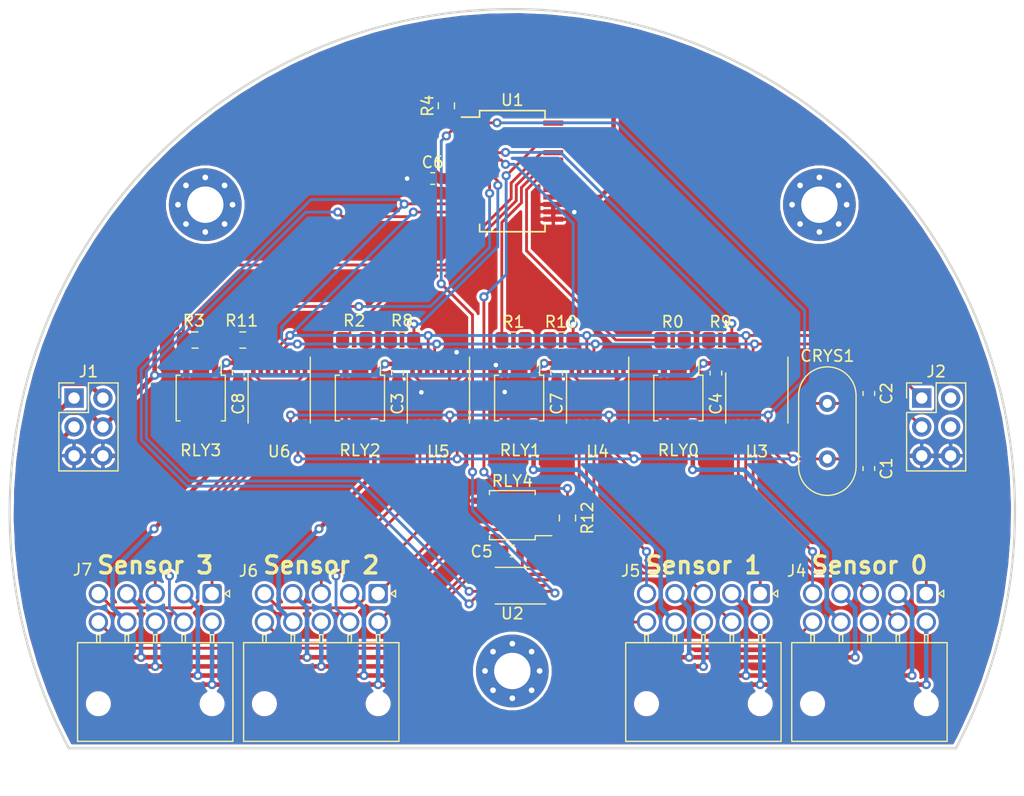
<source format=kicad_pcb>
(kicad_pcb (version 20211014) (generator pcbnew)
  (layers (0 "F.Cu" signal) (31 "B.Cu" signal) (34 "B.Paste" user) (35 "F.Paste" user) (36 "B.SilkS" user "B.Silkscreen") (37 "F.SilkS" user "F.Silkscreen") (38 "B.Mask" user) (39 "F.Mask" user) (44 "Edge.Cuts" user))
  (net 0 "")
  (net 1 "CLK_UART")
  (net 2 "GND")
  (net 3 "+12V")
  (net 4 "+3V3")
  (net 5 "+BATT")
  (net 6 "+5V")
  (net 7 "SCL_3V3")
  (net 8 "EXTRA1")
  (net 9 "SDA_3V3")
  (net 10 "EXTRA0")
  (net 11 "A_IN_0")
  (net 12 "GND_SENSOR_0")
  (net 13 "Net-(J4-Pad7)")
  (net 14 "Net-(J4-Pad5)")
  (net 15 "Net-(J4-Pad3)")
  (net 16 "Net-(J4-Pad1)")
  (net 17 "A_IN_2")
  (net 18 "GND_SENSOR_2")
  (net 19 "Net-(J5-Pad7)")
  (net 20 "Net-(J5-Pad5)")
  (net 21 "Net-(J5-Pad3)")
  (net 22 "Net-(J5-Pad1)")
  (net 23 "A_IN_1")
  (net 24 "GND_SENSOR_1")
  (net 25 "Net-(J6-Pad7)")
  (net 26 "Net-(J6-Pad5)")
  (net 27 "Net-(J6-Pad3)")
  (net 28 "Net-(J6-Pad1)")
  (net 29 "A_IN_3")
  (net 30 "GND_SENSOR_3")
  (net 31 "Net-(J7-Pad7)")
  (net 32 "Net-(J7-Pad5)")
  (net 33 "Net-(J7-Pad3)")
  (net 34 "Net-(J7-Pad1)")
  (net 35 "Sw0")
  (net 36 "Net-(R0-Pad1)")
  (net 37 "Sw1")
  (net 38 "Net-(R1-Pad1)")
  (net 39 "Sw2")
  (net 40 "Net-(R2-Pad1)")
  (net 41 "Sw3")
  (net 42 "Net-(R3-Pad1)")
  (net 43 "RESET_UART")
  (net 44 "IRQ_N2")
  (net 45 "IRQ_N0")
  (net 46 "IRQ_N1")
  (net 47 "IRQ_N3")
  (net 48 "Sw4")
  (net 49 "Net-(R12-Pad1)")
  (net 50 "ADC_GND")
  (net 51 "Net-(U1-Pad28)")
  (net 52 "Net-(U1-Pad27)")
  (net 53 "Net-(U1-Pad26)")
  (net 54 "Net-(U1-Pad20)")
  (net 55 "Net-(U1-Pad19)")
  (net 56 "Net-(U1-Pad14)")
  (net 57 "Net-(U1-Pad11)")
  (net 58 "Net-(U1-Pad4)")
  (net 59 "Net-(U1-Pad3)")
  (net 60 "ALERT_READY")
  (net 61 "Net-(U3-Pad4)")
  (net 62 "Net-(U4-Pad4)")
  (net 63 "Net-(U5-Pad16)")
  (net 64 "Net-(U5-Pad4)")
  (net 65 "Net-(U6-Pad16)")
  (net 66 "Net-(U6-Pad4)")
  (net 67 "Net-(U4-Pad16)")
  (net 68 "Net-(C2-Pad2)")
  (footprint "Connector_Molex:Molex_Nano-Fit_105314-xx10_2x05_P2.50mm_Horizontal" (layer "F.Cu") (at 123.6 107.2 -90)
    (fp_text reference "J7")
    (fp_text value "Sensor 3")
  )
  (footprint "Connector_Molex:Molex_Nano-Fit_105314-xx10_2x05_P2.50mm_Horizontal" (layer "F.Cu") (at 138.2 107.2 -90)
    (fp_text reference "J6")
    (fp_text value "Sensor 2")
  )
  (footprint "Resistor_SMD:R_0805_2012Metric_Pad1.15x1.40mm_HandSolder" (layer "F.Cu") (at 150.1 84.9 180)
    (fp_text reference "R1")
    (fp_text value "1k")
  )
  (footprint "Resistor_SMD:R_0805_2012Metric_Pad1.15x1.40mm_HandSolder" (layer "F.Cu") (at 136.1 84.9 180)
    (fp_text reference "R2")
    (fp_text value "1k")
  )
  (footprint "Resistor_SMD:R_0805_2012Metric_Pad1.15x1.40mm_HandSolder" (layer "F.Cu") (at 122.1 84.9 180)
    (fp_text reference "R3")
    (fp_text value "1k")
  )
  (footprint "Resistor_SMD:R_0805_2012Metric_Pad1.15x1.40mm_HandSolder" (layer "F.Cu") (at 144.2 64.3 90)
    (fp_text reference "R4")
    (fp_text value "10k")
  )
  (footprint "Resistor_SMD:R_0805_2012Metric_Pad1.15x1.40mm_HandSolder" (layer "F.Cu") (at 140.3 84.9 180)
    (fp_text reference "R8")
    (fp_text value "1k")
  )
  (footprint "Resistor_SMD:R_0805_2012Metric_Pad1.15x1.40mm_HandSolder" (layer "F.Cu") (at 168.3 84.9 180)
    (fp_text reference "R9")
    (fp_text value "1k")
  )
  (footprint "Resistor_SMD:R_0805_2012Metric_Pad1.15x1.40mm_HandSolder" (layer "F.Cu") (at 126.3 84.9 180)
    (fp_text reference "R11")
    (fp_text value "1k")
  )
  (footprint "Resistor_SMD:R_0805_2012Metric_Pad1.15x1.40mm_HandSolder" (layer "F.Cu") (at 154.85 100.55 90)
    (fp_text reference "R12")
    (fp_text value "1k")
  )
  (footprint "Package_SO:SOP-4_3.8x4.1mm_P2.54mm" (layer "F.Cu") (at 136.6 90 -90)
    (fp_text reference "RLY2")
    (fp_text value "CPC1002NTR")
  )
  (footprint "Package_SO:SOP-4_3.8x4.1mm_P2.54mm" (layer "F.Cu") (at 122.6 90 -90)
    (fp_text reference "RLY3")
    (fp_text value "CPC1002NTR")
  )
  (footprint "Package_SO:SOP-4_3.8x4.1mm_P2.54mm" (layer "F.Cu") (at 150 100.3 180)
    (fp_text reference "RLY4")
    (fp_text value "CPC1002NTR")
  )
  (footprint "Package_SO:SSOP-28_5.3x10.2mm_P0.65mm" (layer "F.Cu") (at 150 70.05)
    (fp_text reference "U1")
    (fp_text value "MCP23017_SS")
  )
  (footprint "Package_SO:VSSOP-10_3x3mm_P0.5mm" (layer "F.Cu") (at 150 106.5 180)
    (fp_text reference "U2")
    (fp_text value "ADS1115IDGST")
  )
  (footprint "Package_SO:TSSOP-16_4.4x5mm_P0.65mm" (layer "F.Cu") (at 157.5 90 -90)
    (fp_text reference "U4")
    (fp_text value "SC16IS740IPWQ900")
  )
  (footprint "Package_SO:TSSOP-16_4.4x5mm_P0.65mm" (layer "F.Cu") (at 143.5 90 -90)
    (fp_text reference "U5")
    (fp_text value "SC16IS740IPWQ900")
  )
  (footprint "Package_SO:TSSOP-16_4.4x5mm_P0.65mm" (layer "F.Cu") (at 129.5 90 -90)
    (fp_text reference "U6")
    (fp_text value "SC16IS740IPWQ900")
  )
  (footprint "MountingHole:MountingHole_3.2mm_M3_Pad_Via" (layer "F.Cu") (at 150 114)
    (fp_text reference "REF**" hide)
    (fp_text value "MountingHole_3.2mm_M3_Pad_Via" hide)
  )
  (footprint "Connector_PinHeader_2.54mm:PinHeader_2x03_P2.54mm_Vertical" (layer "F.Cu") (at 111.46 90)
    (fp_text reference "J1")
    (fp_text value "Power Header")
  )
  (footprint "MountingHole:MountingHole_3.2mm_M3_Pad_Via" (layer "F.Cu") (at 123 73)
    (fp_text reference "REF**" hide)
    (fp_text value "MountingHole_3.2mm_M3_Pad_Via" hide)
  )
  (footprint "MountingHole:MountingHole_3.2mm_M3_Pad_Via" (layer "F.Cu") (at 177 73)
    (fp_text reference "REF**" hide)
    (fp_text value "MountingHole_3.2mm_M3_Pad_Via" hide)
  )
  (footprint "Connector_PinHeader_2.54mm:PinHeader_2x03_P2.54mm_Vertical" (layer "F.Cu") (at 186 90)
    (fp_text reference "J2")
    (fp_text value "Signal Header")
  )
  (footprint "Connector_Molex:Molex_Nano-Fit_105314-xx10_2x05_P2.50mm_Horizontal" (layer "F.Cu") (at 186.4 107.2 -90)
    (fp_text reference "J4")
    (fp_text value "Sensor 0")
  )
  (footprint "Resistor_SMD:R_0805_2012Metric_Pad1.15x1.40mm_HandSolder" (layer "F.Cu") (at 164.1 84.9 180)
    (fp_text reference "R0")
    (fp_text value "1k")
  )
  (footprint "Package_SO:TSSOP-16_4.4x5mm_P0.65mm" (layer "F.Cu") (at 171.5 90 -90)
    (fp_text reference "U3")
    (fp_text value "SC16IS740IPWQ900")
  )
  (footprint "Resistor_SMD:R_0805_2012Metric_Pad1.15x1.40mm_HandSolder" (layer "F.Cu") (at 154.3 84.9 180)
    (fp_text reference "R10")
    (fp_text value "1k")
  )
  (footprint "Capacitor_SMD:C_0603_1608Metric_Pad1.05x0.95mm_HandSolder" (layer "F.Cu") (at 139.9 87.8 90)
    (fp_text reference "C3")
    (fp_text value "0.1uF")
  )
  (footprint "Capacitor_SMD:C_0603_1608Metric_Pad1.05x0.95mm_HandSolder" (layer "F.Cu") (at 167.9 87.8 90)
    (fp_text reference "C4")
    (fp_text value "0.1uF")
  )
  (footprint "Capacitor_SMD:C_0603_1608Metric_Pad1.05x0.95mm_HandSolder" (layer "F.Cu") (at 143 70.7)
    (fp_text reference "C6")
    (fp_text value "0.1uF")
  )
  (footprint "Capacitor_SMD:C_0603_1608Metric_Pad1.05x0.95mm_HandSolder" (layer "F.Cu") (at 153.9 87.8 90)
    (fp_text reference "C7")
    (fp_text value "0.1uF")
  )
  (footprint "Capacitor_SMD:C_0603_1608Metric_Pad1.05x0.95mm_HandSolder" (layer "F.Cu") (at 125.9 87.8 90)
    (fp_text reference "C8")
    (fp_text value "0.1uF")
  )
  (footprint "Connector_Molex:Molex_Nano-Fit_105314-xx10_2x05_P2.50mm_Horizontal" (layer "F.Cu") (at 171.8 107.2 -90)
    (fp_text reference "J5")
    (fp_text value "Sensor 1")
  )
  (footprint "Crystal:Crystal_HC49-U_Vertical" (layer "F.Cu") (at 177.7 95.35 90)
    (fp_text reference "CRYS1")
    (fp_text value "LFXTAL003033BULK")
  )
  (footprint "Capacitor_SMD:C_0603_1608Metric_Pad1.05x0.95mm_HandSolder" (layer "F.Cu") (at 181.35 89.6 -90)
    (fp_text reference "C2")
    (fp_text value "33pf")
  )
  (footprint "Capacitor_SMD:C_0603_1608Metric_Pad1.05x0.95mm_HandSolder" (layer "F.Cu") (at 150 103.45 180)
    (fp_text reference "C5")
    (fp_text value "0.1uF")
  )
  (footprint "Package_SO:SOP-4_3.8x4.1mm_P2.54mm" (layer "F.Cu") (at 150.6 90 -90)
    (fp_text reference "RLY1")
    (fp_text value "CPC1002NTR")
  )
  (footprint "Package_SO:SOP-4_3.8x4.1mm_P2.54mm" (layer "F.Cu") (at 164.6 90 -90)
    (fp_text reference "RLY0")
    (fp_text value "CPC1002NTR")
  )
  (footprint "Capacitor_SMD:C_0603_1608Metric_Pad1.05x0.95mm_HandSolder" (layer "F.Cu") (at 181.35 96.2 90)
    (fp_text reference "C1")
    (fp_text value "22pf")
  )
  (gr_arc (start 111 120.8) (mid 150 55.8) (end 189 120.8) (layer "Edge.Cuts") (width 0.2))
  (gr_line (start 111 120.8) (end 189 120.8) (layer "Edge.Cuts") (width 0.2))
  (gr_text "Sensor 2" (at 133.2 104.7) (layer "F.SilkS") (effects (font (size 1.5 1.5) (thickness 0.3))))
  (gr_text "Sensor 1" (at 166.8 104.7) (layer "F.SilkS") (effects (font (size 1.5 1.5) (thickness 0.3))))
  (gr_text "Sensor 0" (at 181.4 104.7) (layer "F.SilkS") (effects (font (size 1.5 1.5) (thickness 0.3))))
  (gr_text "Sensor 3" (at 118.6 104.7) (layer "F.SilkS") (effects (font (size 1.5 1.5) (thickness 0.3))))
  (segment (start 174.7 95.35) (end 173.125 93.775) (width 0.25) (layer "F.Cu") (net 1))
  (segment (start 160.7 95.35) (end 159.125 93.775) (width 0.25) (layer "F.Cu") (net 1))
  (segment (start 145.15 92.8875) (end 145.125 92.8625) (width 0.25) (layer "F.Cu") (net 1))
  (segment (start 131.15 92.8875) (end 131.125 92.8625) (width 0.25) (layer "F.Cu") (net 1))
  (segment (start 177.7 95.35) (end 181.325 95.35) (width 0.25) (layer "F.Cu") (net 1))
  (segment (start 145.15 95.35) (end 145.15 92.8875) (width 0.25) (layer "F.Cu") (net 1))
  (segment (start 174.7 95.35) (end 174.7 95.35) (width 0.25) (layer "F.Cu") (net 1))
  (segment (start 131.15 95.35) (end 131.15 92.8875) (width 0.25) (layer "F.Cu") (net 1))
  (segment (start 159.125 93.775) (end 159.125 92.8625) (width 0.25) (layer "F.Cu") (net 1))
  (segment (start 177.7 95.35) (end 174.7 95.35) (width 0.25) (layer "F.Cu") (net 1))
  (segment (start 181.325 95.35) (end 181.35 95.325) (width 0.25) (layer "F.Cu") (net 1))
  (segment (start 173.125 93.775) (end 173.125 92.8625) (width 0.25) (layer "F.Cu") (net 1))
  (via (at 131.15 95.35) (size 0.8) (drill 0.4) (layers "F.Cu" "B.Cu") (net 1))
  (via (at 160.7 95.35) (size 0.8) (drill 0.4) (layers "F.Cu" "B.Cu") (net 1))
  (via (at 174.7 95.35) (size 0.8) (drill 0.4) (layers "F.Cu" "B.Cu") (net 1))
  (via (at 145.15 95.35) (size 0.8) (drill 0.4) (layers "F.Cu" "B.Cu") (net 1))
  (segment (start 174.7 95.35) (end 160.7 95.35) (width 0.25) (layer "B.Cu") (net 1))
  (segment (start 160.7 95.35) (end 145.15 95.35) (width 0.25) (layer "B.Cu") (net 1))
  (segment (start 145.15 95.35) (end 131.15 95.35) (width 0.25) (layer "B.Cu") (net 1))
  (segment (start 143.1 71.675) (end 146.4 71.675) (width 0.4) (layer "F.Cu") (net 2))
  (segment (start 145.125 87.1375) (end 145.125 86) (width 0.25) (layer "F.Cu") (net 2))
  (segment (start 163.33 87.25) (end 163.33 88.67) (width 0.4) (layer "F.Cu") (net 2))
  (segment (start 167.9 88.675) (end 163.335 88.675) (width 0.4) (layer "F.Cu") (net 2))
  (segment (start 149.33 92.75) (end 149.33 99.03) (width 0.4) (layer "F.Cu") (net 2))
  (segment (start 149.33 88.67) (end 149.33 89.47) (width 0.4) (layer "F.Cu") (net 2))
  (segment (start 153.6 72.975) (end 153.6 73.625) (width 0.4) (layer "F.Cu") (net 2))
  (segment (start 167.9 88.675) (end 167.9 91.5375) (width 0.4) (layer "F.Cu") (net 2))
  (segment (start 127.282524 88.675) (end 127.632534 89.02501) (width 0.4) (layer "F.Cu") (net 2))
  (segment (start 131.125 86.125) (end 131.17501 86.07499) (width 0.25) (layer "F.Cu") (net 2))
  (segment (start 131.17501 86.07499) (end 134.15499 86.07499) (width 0.25) (layer "F.Cu") (net 2))
  (segment (start 168.25001 89.02501) (end 181.04999 89.02501) (width 0.4) (layer "F.Cu") (net 2))
  (segment (start 162.15499 86.07499) (end 163.33 87.25) (width 0.25) (layer "F.Cu") (net 2))
  (segment (start 163.33 88.67) (end 163.33 92.75) (width 0.4) (layer "F.Cu") (net 2))
  (segment (start 167.9 88.675) (end 168.25001 89.02501) (width 0.4) (layer "F.Cu") (net 2))
  (segment (start 183.25 90.625) (end 183.25 95.175) (width 0.4) (layer "F.Cu") (net 2))
  (segment (start 149.33 87.25) (end 148.7 87.25) (width 0.25) (layer "F.Cu") (net 2))
  (segment (start 149.33 89.47) (end 149.33 92.75) (width 0.4) (layer "F.Cu") (net 2))
  (segment (start 155.425 73.625) (end 155.45 73.65) (width 0.4) (layer "F.Cu") (net 2))
  (segment (start 153.6 73.625) (end 155.425 73.625) (width 0.4) (layer "F.Cu") (net 2))
  (segment (start 155.632534 89.02501) (end 162.97499 89.02501) (width 0.4) (layer "F.Cu") (net 2))
  (segment (start 111.46 95.08) (end 114 95.08) (width 0.4) (layer "F.Cu") (net 2))
  (segment (start 125.9 88.675) (end 121.335 88.675) (width 0.4) (layer "F.Cu") (net 2))
  (segment (start 139.9 91.5375) (end 141.225 92.8625) (width 0.4) (layer "F.Cu") (net 2))
  (segment (start 181.04999 89.02501) (end 181.35 88.725) (width 0.4) (layer "F.Cu") (net 2))
  (segment (start 121.335 88.675) (end 121.33 88.67) (width 0.4) (layer "F.Cu") (net 2))
  (segment (start 142.125 70.7) (end 140.75 70.7) (width 0.4) (layer "F.Cu") (net 2))
  (segment (start 153.9 91.5375) (end 155.225 92.8625) (width 0.4) (layer "F.Cu") (net 2))
  (segment (start 119 95.08) (end 121.33 92.75) (width 0.4) (layer "F.Cu") (net 2))
  (segment (start 139.9 88.675) (end 139.9 91.5375) (width 0.4) (layer "F.Cu") (net 2))
  (segment (start 131.125 87.1375) (end 131.125 86.125) (width 0.25) (layer "F.Cu") (net 2))
  (segment (start 130.475 86.4) (end 130.80001 86.07499) (width 0.25) (layer "F.Cu") (net 2))
  (segment (start 130.475 87.1375) (end 130.475 86.4) (width 0.25) (layer "F.Cu") (net 2))
  (segment (start 141.175 88.675) (end 142 89.5) (width 0.4) (layer "F.Cu") (net 2))
  (segment (start 153.9 88.675) (end 155.282524 88.675) (width 0.4) (layer "F.Cu") (net 2))
  (segment (start 139.9 88.675) (end 135.335 88.675) (width 0.4) (layer "F.Cu") (net 2))
  (segment (start 149.33 99.03) (end 152.75 99.03) (width 0.4) (layer "F.Cu") (net 2))
  (segment (start 162.97499 89.02501) (end 163.33 88.67) (width 0.4) (layer "F.Cu") (net 2))
  (segment (start 167.9 91.5375) (end 169.225 92.8625) (width 0.4) (layer "F.Cu") (net 2))
  (segment (start 149.335 88.675) (end 149.33 88.67) (width 0.4) (layer "F.Cu") (net 2))
  (segment (start 183.345 95.08) (end 182.95 95.475) (width 0.4) (layer "F.Cu") (net 2))
  (segment (start 135.335 88.675) (end 135.33 88.68) (width 0.4) (layer "F.Cu") (net 2))
  (segment (start 188.54 95.08) (end 186 95.08) (width 0.4) (layer "F.Cu") (net 2))
  (segment (start 149.33 87.25) (end 149.33 88.67) (width 0.4) (layer "F.Cu") (net 2))
  (segment (start 158.475 86.4) (end 158.80001 86.07499) (width 0.25) (layer "F.Cu") (net 2))
  (segment (start 121.33 88.67) (end 121.33 92.75) (width 0.4) (layer "F.Cu") (net 2))
  (segment (start 127.632534 89.02501) (end 134.98499 89.02501) (width 0.4) (layer "F.Cu") (net 2))
  (segment (start 125.9 88.675) (end 125.9 91.5375) (width 0.4) (layer "F.Cu") (net 2))
  (segment (start 125.9 88.675) (end 127.282524 88.675) (width 0.4) (layer "F.Cu") (net 2))
  (segment (start 158.80001 86.07499) (end 162.15499 86.07499) (width 0.25) (layer "F.Cu") (net 2))
  (segment (start 134.15499 86.07499) (end 135.33 87.25) (width 0.25) (layer "F.Cu") (net 2))
  (segment (start 153.9 88.675) (end 149.335 88.675) (width 0.4) (layer "F.Cu") (net 2))
  (segment (start 135.33 88.68) (end 135.33 92.75) (width 0.4) (layer "F.Cu") (net 2))
  (segment (start 121.33 87.25) (end 121.33 88.67) (width 0.4) (layer "F.Cu") (net 2))
  (segment (start 182.95 95.475) (end 181.35 97.075) (width 0.4) (layer "F.Cu") (net 2))
  (segment (start 130.80001 86.07499) (end 131.17501 86.07499) (width 0.25) (layer "F.Cu") (net 2))
  (segment (start 125.9 91.5375) (end 127.225 92.8625) (width 0.4) (layer "F.Cu") (net 2))
  (segment (start 186 95.08) (end 183.345 95.08) (width 0.4) (layer "F.Cu") (net 2))
  (segment (start 183.25 95.175) (end 182.95 95.475) (width 0.4) (layer "F.Cu") (net 2))
  (segment (start 139.9 88.675) (end 141.175 88.675) (width 0.4) (layer "F.Cu") (net 2))
  (segment (start 153.6 73.625) (end 153.6 74.275) (width 0.4) (layer "F.Cu") (net 2))
  (segment (start 163.335 88.675) (end 163.33 88.67) (width 0.4) (layer "F.Cu") (net 2))
  (segment (start 147.25 99.03) (end 149.33 99.03) (width 0.4) (layer "F.Cu") (net 2))
  (segment (start 142.125 70.7) (end 143.1 71.675) (width 0.4) (layer "F.Cu") (net 2))
  (segment (start 145.125 86) (end 145.1 85.975) (width 0.25) (layer "F.Cu") (net 2))
  (segment (start 158.475 87.1375) (end 158.475 86.4) (width 0.25) (layer "F.Cu") (net 2))
  (segment (start 114 95.08) (end 119 95.08) (width 0.4) (layer "F.Cu") (net 2))
  (segment (start 134.98499 89.02501) (end 135.33 88.68) (width 0.4) (layer "F.Cu") (net 2))
  (segment (start 155.282524 88.675) (end 155.632534 89.02501) (width 0.4) (layer "F.Cu") (net 2))
  (segment (start 135.33 87.25) (end 135.33 88.68) (width 0.4) (layer "F.Cu") (net 2))
  (segment (start 181.35 88.725) (end 183.25 90.625) (width 0.4) (layer "F.Cu") (net 2))
  (segment (start 153.9 88.675) (end 153.9 91.5375) (width 0.4) (layer "F.Cu") (net 2))
  (segment (start 148.7 87.25) (end 148.55 87.1) (width 0.25) (layer "F.Cu") (net 2))
  (via (at 149.33 89.47) (size 0.8) (drill 0.4) (layers "F.Cu" "B.Cu") (net 2))
  (via (at 155.45 73.65) (size 0.8) (drill 0.4) (layers "F.Cu" "B.Cu") (net 2))
  (via (at 142 89.5) (size 0.8) (drill 0.4) (layers "F.Cu" "B.Cu") (net 2))
  (via (at 145.1 85.975) (size 0.8) (drill 0.4) (layers "F.Cu" "B.Cu") (net 2))
  (via (at 148.55 87.1) (size 0.8) (drill 0.4) (layers "F.Cu" "B.Cu") (net 2))
  (via (at 140.75 70.7) (size 0.8) (drill 0.4) (layers "F.Cu" "B.Cu") (net 2))
  (segment (start 149.3 89.5) (end 149.33 89.47) (width 0.4) (layer "B.Cu") (net 2))
  (segment (start 142 89.5) (end 149.3 89.5) (width 0.4) (layer "B.Cu") (net 2))
  (segment (start 147.425 85.975) (end 148.55 87.1) (width 0.25) (layer "B.Cu") (net 2))
  (segment (start 145.1 85.975) (end 147.425 85.975) (width 0.25) (layer "B.Cu") (net 2))
  (segment (start 117.35 112.8) (end 131.95 112.8) (width 0.4) (layer "F.Cu") (net 3))
  (segment (start 117.35 112.8) (end 114.45 112.8) (width 0.4) (layer "F.Cu") (net 3))
  (segment (start 165.55 112.8) (end 180.15 112.8) (width 0.4) (layer "F.Cu") (net 3))
  (segment (start 147.251468 109.499989) (end 152.74999 109.49999) (width 0.4) (layer "F.Cu") (net 3))
  (segment (start 109.6 94.4) (end 111.46 92.54) (width 0.4) (layer "F.Cu") (net 3))
  (segment (start 152.74999 109.49999) (end 156.05 112.8) (width 0.4) (layer "F.Cu") (net 3))
  (segment (start 131.95 112.8) (end 143.951458 112.8) (width 0.4) (layer "F.Cu") (net 3))
  (segment (start 156.05 112.8) (end 165.55 112.8) (width 0.4) (layer "F.Cu") (net 3))
  (segment (start 114.45 112.8) (end 109.6 107.95) (width 0.4) (layer "F.Cu") (net 3))
  (segment (start 109.6 107.95) (end 109.6 94.4) (width 0.4) (layer "F.Cu") (net 3))
  (segment (start 143.951458 112.8) (end 147.251468 109.499989) (width 0.4) (layer "F.Cu") (net 3))
  (via (at 165.55 112.8) (size 0.8) (drill 0.4) (layers "F.Cu" "B.Cu") (net 3))
  (via (at 180.15 112.8) (size 0.8) (drill 0.4) (layers "F.Cu" "B.Cu") (net 3))
  (via (at 117.35 112.8) (size 0.8) (drill 0.4) (layers "F.Cu" "B.Cu") (net 3))
  (via (at 131.95 112.8) (size 0.8) (drill 0.4) (layers "F.Cu" "B.Cu") (net 3))
  (segment (start 116.1 107.2) (end 117.350001 108.450001) (width 0.4) (layer "B.Cu") (net 3))
  (segment (start 117.350001 108.450001) (end 117.35 109.099998) (width 0.4) (layer "B.Cu") (net 3))
  (segment (start 117.35 109.099998) (end 117.35 112.8) (width 0.4) (layer "B.Cu") (net 3))
  (segment (start 131.95 108.45) (end 130.7 107.2) (width 0.4) (layer "B.Cu") (net 3))
  (segment (start 131.95 112.8) (end 131.95 108.45) (width 0.4) (layer "B.Cu") (net 3))
  (segment (start 165.55 108.45) (end 164.3 107.2) (width 0.4) (layer "B.Cu") (net 3))
  (segment (start 180.15 112.8) (end 180.15 108.45) (width 0.4) (layer "B.Cu") (net 3))
  (segment (start 165.55 112.8) (end 165.55 108.45) (width 0.4) (layer "B.Cu") (net 3))
  (segment (start 180.15 108.45) (end 178.9 107.2) (width 0.4) (layer "B.Cu") (net 3))
  (segment (start 127.85 88.5) (end 131.15 88.5) (width 0.25) (layer "F.Cu") (net 4))
  (segment (start 131.775 87.875) (end 131.775 87.1375) (width 0.25) (layer "F.Cu") (net 4))
  (segment (start 108.99999 108.198532) (end 108.99999 93.150008) (width 0.4) (layer "F.Cu") (net 4))
  (segment (start 139.9 86.925) (end 141.0125 86.925) (width 0.4) (layer "F.Cu") (net 4))
  (segment (start 114 92.54) (end 118.54 88) (width 0.4) (layer "F.Cu") (net 4))
  (segment (start 108.99999 93.150008) (end 110.859999 91.289999) (width 0.4) (layer "F.Cu") (net 4))
  (segment (start 157.725 72.325) (end 153.6 72.325) (width 0.4) (layer "F.Cu") (net 4))
  (segment (start 144.2 71.025) (end 146.4 71.025) (width 0.4) (layer "F.Cu") (net 4))
  (segment (start 153.275 86.3) (end 153.9 86.925) (width 0.4) (layer "F.Cu") (net 4))
  (segment (start 118.6 113.6) (end 133.2 113.6) (width 0.4) (layer "F.Cu") (net 4))
  (segment (start 173.125 88.475) (end 173.1 88.5) (width 0.25) (layer "F.Cu") (net 4))
  (segment (start 143.875 70.7) (end 142.99999 69.82499) (width 0.4) (layer "F.Cu") (net 4))
  (segment (start 155.0125 86.925) (end 155.225 87.1375) (width 0.4) (layer "F.Cu") (net 4))
  (segment (start 169.85 88.5) (end 172.5 88.5) (width 0.25) (layer "F.Cu") (net 4))
  (segment (start 172.475 87.1375) (end 172.475 88.475) (width 0.25) (layer "F.Cu") (net 4))
  (segment (start 173.1 88.5) (end 173.15 88.5) (width 0.25) (layer "F.Cu") (net 4))
  (segment (start 169.225 87.1375) (end 169.225 87.875) (width 0.25) (layer "F.Cu") (net 4))
  (segment (start 152.5 110.1) (end 156 113.6) (width 0.4) (layer "F.Cu") (net 4))
  (segment (start 124.85 86.9) (end 125.875 86.9) (width 0.4) (layer "F.Cu") (net 4))
  (segment (start 153.275 84.9) (end 153.275 86.3) (width 0.4) (layer "F.Cu") (net 4))
  (segment (start 144.2 63.275) (end 140.032524 63.275) (width 0.4) (layer "F.Cu") (net 4))
  (segment (start 139.275 86.3) (end 139.9 86.925) (width 0.4) (layer "F.Cu") (net 4))
  (segment (start 125.9 86.925) (end 127.0125 86.925) (width 0.4) (layer "F.Cu") (net 4))
  (segment (start 112.749999 91.289999) (end 114 92.54) (width 0.4) (layer "F.Cu") (net 4))
  (segment (start 145.775 87.826058) (end 145.775 87.1375) (width 0.25) (layer "F.Cu") (net 4))
  (segment (start 167.275 84.9) (end 167.275 86.3) (width 0.4) (layer "F.Cu") (net 4))
  (segment (start 110.859999 91.289999) (end 112.749999 91.289999) (width 0.4) (layer "F.Cu") (net 4))
  (segment (start 173.15 88.5) (end 173.775 87.875) (width 0.25) (layer "F.Cu") (net 4))
  (segment (start 153.9 86.925) (end 155.0125 86.925) (width 0.4) (layer "F.Cu") (net 4))
  (segment (start 158.9 64.45) (end 158.9 71.15) (width 0.4) (layer "F.Cu") (net 4))
  (segment (start 125.275 84.9) (end 125.275 86.3) (width 0.4) (layer "F.Cu") (net 4))
  (segment (start 172.475 88.475) (end 172.5 88.5) (width 0.25) (layer "F.Cu") (net 4))
  (segment (start 114.401458 113.6) (end 108.99999 108.198532) (width 0.4) (layer "F.Cu") (net 4))
  (segment (start 169.225 87.875) (end 169.85 88.5) (width 0.25) (layer "F.Cu") (net 4))
  (segment (start 155.225 87.875) (end 155.85 88.5) (width 0.25) (layer "F.Cu") (net 4))
  (segment (start 167.875 86.95) (end 167.9 86.925) (width 0.4) (layer "F.Cu") (net 4))
  (segment (start 167.275 86.3) (end 167.9 86.925) (width 0.4) (layer "F.Cu") (net 4))
  (segment (start 159.15 88.5) (end 159.775 87.875) (width 0.25) (layer "F.Cu") (net 4))
  (segment (start 144.475 88.475) (end 144.45 88.5) (width 0.25) (layer "F.Cu") (net 4))
  (segment (start 125.275 86.3) (end 125.9 86.925) (width 0.4) (layer "F.Cu") (net 4))
  (segment (start 141.0125 86.925) (end 141.225 87.1375) (width 0.4) (layer "F.Cu") (net 4))
  (segment (start 142.99999 69.82499) (end 133.482534 69.82499) (width 0.4) (layer "F.Cu") (net 4))
  (segment (start 139.275 84.9) (end 139.275 86.3) (width 0.4) (layer "F.Cu") (net 4))
  (segment (start 138.8 87) (end 139.825 87) (width 0.4) (layer "F.Cu") (net 4))
  (segment (start 159.125 87.1375) (end 159.125 88.475) (width 0.25) (layer "F.Cu") (net 4))
  (segment (start 139.825 87) (end 139.9 86.925) (width 0.4) (layer "F.Cu") (net 4))
  (segment (start 152.8 86.95) (end 153.875 86.95) (width 0.4) (layer "F.Cu") (net 4))
  (segment (start 166.8 86.95) (end 167.875 86.95) (width 0.4) (layer "F.Cu") (net 4))
  (segment (start 159.775 87.875) (end 159.775 87.1375) (width 0.25) (layer "F.Cu") (net 4))
  (segment (start 145.101058 88.5) (end 145.775 87.826058) (width 0.25) (layer "F.Cu") (net 4))
  (segment (start 118.54 88) (end 118.55 88) (width 0.4) (layer "F.Cu") (net 4))
  (segment (start 159.125 88.475) (end 159.15 88.5) (width 0.25) (layer "F.Cu") (net 4))
  (segment (start 144.45 88.5) (end 145.101058 88.5) (width 0.25) (layer "F.Cu") (net 4))
  (segment (start 173.125 87.1375) (end 173.125 88.475) (width 0.25) (layer "F.Cu") (net 4))
  (segment (start 125.875 86.9) (end 125.9 86.925) (width 0.4) (layer "F.Cu") (net 4))
  (segment (start 144.475 87.1375) (end 144.475 88.475) (width 0.25) (layer "F.Cu") (net 4))
  (segment (start 157.725 63.275) (end 158.9 64.45) (width 0.4) (layer "F.Cu") (net 4))
  (segment (start 158.9 71.15) (end 157.725 72.325) (width 0.4) (layer "F.Cu") (net 4))
  (segment (start 144.2 63.275) (end 157.725 63.275) (width 0.4) (layer "F.Cu") (net 4))
  (segment (start 169.0125 86.925) (end 169.225 87.1375) (width 0.4) (layer "F.Cu") (net 4))
  (segment (start 127.0125 86.925) (end 127.225 87.1375) (width 0.4) (layer "F.Cu") (net 4))
  (segment (start 153.875 86.95) (end 153.9 86.925) (width 0.4) (layer "F.Cu") (net 4))
  (segment (start 141.85 88.5) (end 144.45 88.5) (width 0.25) (layer "F.Cu") (net 4))
  (segment (start 118.6 113.6) (end 114.401458 113.6) (width 0.4) (layer "F.Cu") (net 4))
  (segment (start 173.775 87.875) (end 173.775 87.1375) (width 0.25) (layer "F.Cu") (net 4))
  (segment (start 155.225 87.1375) (end 155.225 87.875) (width 0.25) (layer "F.Cu") (net 4))
  (segment (start 118.55 84.757524) (end 118.55 88) (width 0.4) (layer "F.Cu") (net 4))
  (segment (start 147.5 110.1) (end 152.5 110.1) (width 0.4) (layer "F.Cu") (net 4))
  (segment (start 127.225 87.1375) (end 127.225 87.875) (width 0.25) (layer "F.Cu") (net 4))
  (segment (start 156 113.6) (end 166.8 113.6) (width 0.4) (layer "F.Cu") (net 4))
  (segment (start 167.9 86.925) (end 169.0125 86.925) (width 0.4) (layer "F.Cu") (net 4))
  (segment (start 140.032524 63.275) (end 133.482534 69.82499) (width 0.4) (layer "F.Cu") (net 4))
  (segment (start 141.225 87.1375) (end 141.225 87.875) (width 0.25) (layer "F.Cu") (net 4))
  (segment (start 133.2 113.6) (end 144 113.6) (width 0.4) (layer "F.Cu") (net 4))
  (segment (start 141.225 87.875) (end 141.85 88.5) (width 0.25) (layer "F.Cu") (net 4))
  (segment (start 127.225 87.875) (end 127.85 88.5) (width 0.25) (layer "F.Cu") (net 4))
  (segment (start 144 113.6) (end 147.5 110.1) (width 0.4) (layer "F.Cu") (net 4))
  (segment (start 172.5 88.5) (end 173.1 88.5) (width 0.25) (layer "F.Cu") (net 4))
  (segment (start 155.85 88.5) (end 159.15 88.5) (width 0.25) (layer "F.Cu") (net 4))
  (segment (start 143.875 70.7) (end 144.2 71.025) (width 0.4) (layer "F.Cu") (net 4))
  (segment (start 133.482534 69.82499) (end 118.55 84.757524) (width 0.4) (layer "F.Cu") (net 4))
  (segment (start 131.15 88.5) (end 131.775 87.875) (width 0.25) (layer "F.Cu") (net 4))
  (via (at 124.85 86.9) (size 0.8) (drill 0.4) (layers "F.Cu" "B.Cu") (net 4))
  (via (at 166.8 86.95) (size 0.8) (drill 0.4) (layers "F.Cu" "B.Cu") (net 4))
  (via (at 118.6 113.6) (size 0.8) (drill 0.4) (layers "F.Cu" "B.Cu") (net 4))
  (via (at 166.8 113.6) (size 0.8) (drill 0.4) (layers "F.Cu" "B.Cu") (net 4))
  (via (at 138.8 87) (size 0.8) (drill 0.4) (layers "F.Cu" "B.Cu") (net 4))
  (via (at 118.55 88) (size 0.8) (drill 0.4) (layers "F.Cu" "B.Cu") (net 4))
  (via (at 152.8 86.95) (size 0.8) (drill 0.4) (layers "F.Cu" "B.Cu") (net 4))
  (via (at 133.2 113.6) (size 0.8) (drill 0.4) (layers "F.Cu" "B.Cu") (net 4))
  (segment (start 165.75 88) (end 166.8 86.95) (width 0.4) (layer "B.Cu") (net 4))
  (segment (start 151.75 88) (end 165.75 88) (width 0.4) (layer "B.Cu") (net 4))
  (segment (start 133.2 113.6) (end 133.2 109.7) (width 0.4) (layer "B.Cu") (net 4))
  (segment (start 137.8 88) (end 138.8 87) (width 0.4) (layer "B.Cu") (net 4))
  (segment (start 166.8 113.6) (end 166.8 109.7) (width 0.4) (layer "B.Cu") (net 4))
  (segment (start 118.55 88) (end 123.75 88) (width 0.4) (layer "B.Cu") (net 4))
  (segment (start 123.75 88) (end 124.85 86.9) (width 0.4) (layer "B.Cu") (net 4))
  (segment (start 118.6 109.7) (end 118.6 113.6) (width 0.4) (layer "B.Cu") (net 4))
  (segment (start 151.75 88) (end 152.8 86.95) (width 0.4) (layer "B.Cu") (net 4))
  (segment (start 123.75 88) (end 137.8 88) (width 0.4) (layer "B.Cu") (net 4))
  (segment (start 137.8 88) (end 151.75 88) (width 0.4) (layer "B.Cu") (net 4))
  (segment (start 108.39998 108.447064) (end 108.399981 92.901475) (width 0.4) (layer "F.Cu") (net 5))
  (segment (start 147.5 117.9) (end 152.5 117.9) (width 0.4) (layer "F.Cu") (net 5))
  (segment (start 156 114.4) (end 170.55 114.4) (width 0.4) (layer "F.Cu") (net 5))
  (segment (start 114.352916 114.4) (end 108.39998 108.447064) (width 0.4) (layer "F.Cu") (net 5))
  (segment (start 136.95 114.4) (end 144 114.4) (width 0.4) (layer "F.Cu") (net 5))
  (segment (start 144 114.4) (end 147.5 117.9) (width 0.4) (layer "F.Cu") (net 5))
  (segment (start 122.35 114.4) (end 136.95 114.4) (width 0.4) (layer "F.Cu") (net 5))
  (segment (start 122.35 114.4) (end 114.352916 114.4) (width 0.4) (layer "F.Cu") (net 5))
  (segment (start 170.55 114.4) (end 185.15 114.4) (width 0.4) (layer "F.Cu") (net 5))
  (segment (start 111.301456 90) (end 111.46 90) (width 0.4) (layer "F.Cu") (net 5))
  (segment (start 152.5 117.9) (end 156 114.4) (width 0.4) (layer "F.Cu") (net 5))
  (segment (start 108.399981 92.901475) (end 111.301456 90) (width 0.4) (layer "F.Cu") (net 5))
  (via (at 122.35 114.4) (size 0.8) (drill 0.4) (layers "F.Cu" "B.Cu") (net 5))
  (via (at 136.95 114.4) (size 0.8) (drill 0.4) (layers "F.Cu" "B.Cu") (net 5))
  (via (at 185.15 114.4) (size 0.8) (drill 0.4) (layers "F.Cu" "B.Cu") (net 5))
  (via (at 170.55 114.4) (size 0.8) (drill 0.4) (layers "F.Cu" "B.Cu") (net 5))
  (segment (start 136.95 114.4) (end 136.95 108.45) (width 0.4) (layer "B.Cu") (net 5))
  (segment (start 170.55 108.45) (end 169.3 107.2) (width 0.4) (layer "B.Cu") (net 5))
  (segment (start 185.15 114.4) (end 185.15 108.45) (width 0.4) (layer "B.Cu") (net 5))
  (segment (start 170.55 114.4) (end 170.55 108.45) (width 0.4) (layer "B.Cu") (net 5))
  (segment (start 121.1 107.2) (end 122.35 108.45) (width 0.4) (layer "B.Cu") (net 5))
  (segment (start 136.95 108.45) (end 135.7 107.2) (width 0.4) (layer "B.Cu") (net 5))
  (segment (start 185.15 108.45) (end 183.9 107.2) (width 0.4) (layer "B.Cu") (net 5))
  (segment (start 122.35 108.45) (end 122.35 114.4) (width 0.4) (layer "B.Cu") (net 5))
  (segment (start 143.951458 115.2) (end 147.251468 118.500011) (width 0.4) (layer "F.Cu") (net 6))
  (segment (start 110.289999 88.749999) (end 112.749999 88.749999) (width 0.4) (layer "F.Cu") (net 6))
  (segment (start 114.304374 115.2) (end 107.799971 108.695595) (width 0.4) (layer "F.Cu") (net 6))
  (segment (start 149.125 103.45) (end 149.125 105.965702) (width 0.25) (layer "F.Cu") (net 6))
  (segment (start 138.2 115.2) (end 143.951458 115.2) (width 0.4) (layer "F.Cu") (net 6))
  (segment (start 171.8 115.2) (end 186.4 115.2) (width 0.4) (layer "F.Cu") (net 6))
  (segment (start 123.6 115.2) (end 138.2 115.2) (width 0.4) (layer "F.Cu") (net 6))
  (segment (start 149.125 105.965702) (end 148.590702 106.5) (width 0.25) (layer "F.Cu") (net 6))
  (segment (start 112.749999 88.749999) (end 114 90) (width 0.4) (layer "F.Cu") (net 6))
  (segment (start 156.048542 115.2) (end 171.8 115.2) (width 0.4) (layer "F.Cu") (net 6))
  (segment (start 147.251468 118.500011) (end 152.748531 118.500011) (width 0.4) (layer "F.Cu") (net 6))
  (segment (start 156.048542 115.2) (end 156.05 115.2) (width 0.4) (layer "F.Cu") (net 6))
  (segment (start 107.799971 108.695595) (end 107.799971 91.240027) (width 0.4) (layer "F.Cu") (net 6))
  (segment (start 107.799971 91.240027) (end 110.289999 88.749999) (width 0.4) (layer "F.Cu") (net 6))
  (segment (start 123.6 115.2) (end 114.304374 115.2) (width 0.4) (layer "F.Cu") (net 6))
  (segment (start 152.748531 118.500011) (end 156.048542 115.2) (width 0.4) (layer "F.Cu") (net 6))
  (segment (start 148.590702 106.5) (end 147.8 106.5) (width 0.25) (layer "F.Cu") (net 6))
  (segment (start 138.2 109.7) (end 144.45 103.45) (width 0.25) (layer "F.Cu") (net 6))
  (segment (start 144.45 103.45) (end 149.125 103.45) (width 0.25) (layer "F.Cu") (net 6))
  (via (at 186.4 115.2) (size 0.8) (drill 0.4) (layers "F.Cu" "B.Cu") (net 6))
  (via (at 138.2 115.2) (size 0.8) (drill 0.4) (layers "F.Cu" "B.Cu") (net 6))
  (via (at 171.8 115.2) (size 0.8) (drill 0.4) (layers "F.Cu" "B.Cu") (net 6))
  (via (at 123.6 115.2) (size 0.8) (drill 0.4) (layers "F.Cu" "B.Cu") (net 6))
  (segment (start 123.6 109.7) (end 123.6 115.2) (width 0.4) (layer "B.Cu") (net 6))
  (segment (start 186.4 115.2) (end 186.4 109.7) (width 0.4) (layer "B.Cu") (net 6))
  (segment (start 171.8 115.2) (end 171.8 109.7) (width 0.4) (layer "B.Cu") (net 6))
  (segment (start 138.2 115.2) (end 138.2 109.7) (width 0.4) (layer "B.Cu") (net 6))
  (segment (start 143.175 85.425) (end 143.175 87.1375) (width 0.25) (layer "F.Cu") (net 7))
  (segment (start 129.175 87.1375) (end 129.175 86.4) (width 0.25) (layer "F.Cu") (net 7))
  (segment (start 147.8 107.5) (end 146.8 107.5) (width 0.25) (layer "F.Cu") (net 7))
  (segment (start 143.35 85.25) (end 143.175 85.425) (width 0.25) (layer "F.Cu") (net 7))
  (segment (start 157.175 87.1375) (end 157.175 85.375) (width 0.25) (layer "F.Cu") (net 7))
  (segment (start 180.61359 85.25) (end 184.7 89.33641) (width 0.25) (layer "F.Cu") (net 7))
  (segment (start 171.175 87.1375) (end 171.175 85.375) (width 0.25) (layer "F.Cu") (net 7))
  (segment (start 184.7 89.33641) (end 184.7 91.24) (width 0.25) (layer "F.Cu") (net 7))
  (segment (start 129.175 86.4) (end 130.325 85.25) (width 0.25) (layer "F.Cu") (net 7))
  (segment (start 130.325 85.25) (end 131.1 85.25) (width 0.25) (layer "F.Cu") (net 7))
  (segment (start 140.5 72.95) (end 140.525001 72.924999) (width 0.25) (layer "F.Cu") (net 7))
  (segment (start 184.7 91.24) (end 186 92.54) (width 0.25) (layer "F.Cu") (net 7))
  (segment (start 146.349999 72.924999) (end 146.4 72.975) (width 0.25) (layer "F.Cu") (net 7))
  (segment (start 171.3 85.25) (end 180.61359 85.25) (width 0.25) (layer "F.Cu") (net 7))
  (segment (start 146.8 107.5) (end 146.2 108.1) (width 0.25) (layer "F.Cu") (net 7))
  (segment (start 157.175 85.375) (end 157.3 85.25) (width 0.25) (layer "F.Cu") (net 7))
  (segment (start 171.175 85.375) (end 171.3 85.25) (width 0.25) (layer "F.Cu") (net 7))
  (segment (start 140.525001 72.924999) (end 146.349999 72.924999) (width 0.25) (layer "F.Cu") (net 7))
  (via (at 140.5 72.95) (size 0.8) (drill 0.4) (layers "F.Cu" "B.Cu") (net 7))
  (via (at 171.3 85.25) (size 0.8) (drill 0.4) (layers "F.Cu" "B.Cu") (net 7))
  (via (at 143.35 85.25) (size 0.8) (drill 0.4) (layers "F.Cu" "B.Cu") (net 7))
  (via (at 157.3 85.25) (size 0.8) (drill 0.4) (layers "F.Cu" "B.Cu") (net 7))
  (via (at 146.2 108.1) (size 0.8) (drill 0.4) (layers "F.Cu" "B.Cu") (net 7))
  (via (at 131.1 85.25) (size 0.8) (drill 0.4) (layers "F.Cu" "B.Cu") (net 7))
  (segment (start 130.127757 85.25) (end 129.720067 84.84231) (width 0.25) (layer "B.Cu") (net 7))
  (segment (start 117.374989 93.711399) (end 117.37499 87.465598) (width 0.25) (layer "B.Cu") (net 7))
  (segment (start 135.85001 97.75001) (end 121.413599 97.750009) (width 0.25) (layer "B.Cu") (net 7))
  (segment (start 121.413599 97.750009) (end 117.374989 93.711399) (width 0.25) (layer "B.Cu") (net 7))
  (segment (start 143.35 85.25) (end 157.3 85.25) (width 0.25) (layer "B.Cu") (net 7))
  (segment (start 146.2 108.1) (end 135.85001 97.75001) (width 0.25) (layer "B.Cu") (net 7))
  (segment (start 132.290587 72.550001) (end 140.100001 72.550001) (width 0.25) (layer "B.Cu") (net 7))
  (segment (start 157.3 85.25) (end 171.3 85.25) (width 0.25) (layer "B.Cu") (net 7))
  (segment (start 131.1 85.25) (end 143.35 85.25) (width 0.25) (layer "B.Cu") (net 7))
  (segment (start 129.720067 83.729933) (end 140.5 72.95) (width 0.25) (layer "B.Cu") (net 7))
  (segment (start 131.1 85.25) (end 130.127757 85.25) (width 0.25) (layer "B.Cu") (net 7))
  (segment (start 117.37499 87.465598) (end 132.290587 72.550001) (width 0.25) (layer "B.Cu") (net 7))
  (segment (start 129.720067 84.84231) (end 129.720067 83.729933) (width 0.25) (layer "B.Cu") (net 7))
  (segment (start 140.100001 72.550001) (end 140.5 72.95) (width 0.25) (layer "B.Cu") (net 7))
  (segment (start 170.55 87.1125) (end 170.525 87.1375) (width 0.25) (layer "F.Cu") (net 9))
  (segment (start 142.6 84.5) (end 142.6 87.0625) (width 0.25) (layer "F.Cu") (net 9))
  (segment (start 146.375 73.65) (end 146.4 73.625) (width 0.25) (layer "F.Cu") (net 9))
  (segment (start 135.049999 74.049999) (end 140.900001 74.049999) (width 0.25) (layer "F.Cu") (net 9))
  (segment (start 128.525 86.4) (end 130.430691 84.494309) (width 0.25) (layer "F.Cu") (net 9))
  (segment (start 180.5 84.5) (end 186 90) (width 0.25) (layer "F.Cu") (net 9))
  (segment (start 170.55 84.5) (end 170.55 87.1125) (width 0.25) (layer "F.Cu") (net 9))
  (segment (start 134.65 73.65) (end 135.049999 74.049999) (width 0.25) (layer "F.Cu") (net 9))
  (segment (start 128.525 87.1375) (end 128.525 86.4) (width 0.25) (layer "F.Cu") (net 9))
  (segment (start 156.55 84.5) (end 156.55 87.1125) (width 0.25) (layer "F.Cu") (net 9))
  (segment (start 156.55 87.1125) (end 156.525 87.1375) (width 0.25) (layer "F.Cu") (net 9))
  (segment (start 170.55 84.5) (end 180.5 84.5) (width 0.25) (layer "F.Cu") (net 9))
  (segment (start 141.3 73.65) (end 146.375 73.65) (width 0.25) (layer "F.Cu") (net 9))
  (segment (start 140.900001 74.049999) (end 141.3 73.65) (width 0.25) (layer "F.Cu") (net 9))
  (segment (start 142.6 87.0625) (end 142.525 87.1375) (width 0.25) (layer "F.Cu") (net 9))
  (segment (start 147.8 107) (end 146.2 107) (width 0.25) (layer "F.Cu") (net 9))
  (segment (start 130.430691 84.494309) (end 130.445068 84.494309) (width 0.25) (layer "F.Cu") (net 9))
  (via (at 146.2 107) (size 0.8) (drill 0.4) (layers "F.Cu" "B.Cu") (net 9))
  (via (at 130.445068 84.494309) (size 0.8) (drill 0.4) (layers "F.Cu" "B.Cu") (net 9))
  (via (at 141.3 73.65) (size 0.8) (drill 0.4) (layers "F.Cu" "B.Cu") (net 9))
  (via (at 142.6 84.5) (size 0.8) (drill 0.4) (layers "F.Cu" "B.Cu") (net 9))
  (via (at 156.55 84.5) (size 0.8) (drill 0.4) (layers "F.Cu" "B.Cu") (net 9))
  (via (at 134.65 73.65) (size 0.8) (drill 0.4) (layers "F.Cu" "B.Cu") (net 9))
  (via (at 170.55 84.5) (size 0.8) (drill 0.4) (layers "F.Cu" "B.Cu") (net 9))
  (segment (start 136.5 97.3) (end 121.6 97.3) (width 0.25) (layer "B.Cu") (net 9))
  (segment (start 146.2 107) (end 136.5 97.3) (width 0.25) (layer "B.Cu") (net 9))
  (segment (start 130.445068 84.494309) (end 142.594309 84.494309) (width 0.25) (layer "B.Cu") (net 9))
  (segment (start 131.826998 73.65) (end 134.65 73.65) (width 0.25) (layer "B.Cu") (net 9))
  (segment (start 142.594309 84.494309) (end 142.6 84.5) (width 0.25) (layer "B.Cu") (net 9))
  (segment (start 142.6 84.5) (end 156.55 84.5) (width 0.25) (layer "B.Cu") (net 9))
  (segment (start 130.445068 84.494309) (end 141.289377 73.65) (width 0.25) (layer "B.Cu") (net 9))
  (segment (start 117.824999 93.524999) (end 117.824999 87.651999) (width 0.25) (layer "B.Cu") (net 9))
  (segment (start 141.289377 73.65) (end 141.3 73.65) (width 0.25) (layer "B.Cu") (net 9))
  (segment (start 156.55 84.5) (end 170.55 84.5) (width 0.25) (layer "B.Cu") (net 9))
  (segment (start 117.824999 87.651999) (end 131.826998 73.65) (width 0.25) (layer "B.Cu") (net 9))
  (segment (start 121.6 97.3) (end 117.824999 93.524999) (width 0.25) (layer "B.Cu") (net 9))
  (segment (start 153.7 106) (end 159.25 111.55) (width 0.25) (layer "F.Cu") (net 11))
  (segment (start 159.25 111.55) (end 174.55 111.55) (width 0.25) (layer "F.Cu") (net 11))
  (segment (start 152.2 106) (end 153.7 106) (width 0.25) (layer "F.Cu") (net 11))
  (segment (start 174.55 111.55) (end 176.4 109.7) (width 0.25) (layer "F.Cu") (net 11))
  (segment (start 165.87 92.75) (end 165.87 96.28) (width 0.4) (layer "F.Cu") (net 12))
  (segment (start 165.87 96.28) (end 165.85 96.3) (width 0.4) (layer "F.Cu") (net 12))
  (via (at 165.85 96.3) (size 0.8) (drill 0.4) (layers "F.Cu" "B.Cu") (net 12))
  (segment (start 178.9 109.7) (end 177.65 108.45) (width 0.4) (layer "B.Cu") (net 12))
  (segment (start 170.365685 96.3) (end 165.85 96.3) (width 0.4) (layer "B.Cu") (net 12))
  (segment (start 177.65 103.584315) (end 170.365685 96.3) (width 0.4) (layer "B.Cu") (net 12))
  (segment (start 177.65 108.45) (end 177.65 103.584315) (width 0.4) (layer "B.Cu") (net 12))
  (segment (start 181.099989 104.949989) (end 182.7 106.55) (width 0.25) (layer "F.Cu") (net 13))
  (segment (start 182.7 108.5) (end 183.9 109.7) (width 0.25) (layer "F.Cu") (net 13))
  (segment (start 170.525 98.697998) (end 176.776991 104.949989) (width 0.25) (layer "F.Cu") (net 13))
  (segment (start 182.7 106.55) (end 182.7 108.5) (width 0.25) (layer "F.Cu") (net 13))
  (segment (start 176.776991 104.949989) (end 181.099989 104.949989) (width 0.25) (layer "F.Cu") (net 13))
  (segment (start 170.525 92.8625) (end 170.525 98.697998) (width 0.25) (layer "F.Cu") (net 13))
  (segment (start 171.175 92.8625) (end 171.175 98.274996) (width 0.25) (layer "F.Cu") (net 14))
  (segment (start 171.175 98.274996) (end 176.4 103.499996) (width 0.25) (layer "F.Cu") (net 14))
  (via (at 176.4 103.499996) (size 0.8) (drill 0.4) (layers "F.Cu" "B.Cu") (net 14))
  (segment (start 176.4 107.2) (end 176.4 103.499996) (width 0.25) (layer "B.Cu") (net 14))
  (segment (start 176.590592 105.4) (end 179.6 105.4) (width 0.25) (layer "F.Cu") (net 15))
  (segment (start 169.875 98.684408) (end 176.590592 105.4) (width 0.25) (layer "F.Cu") (net 15))
  (segment (start 179.6 105.4) (end 181.4 107.2) (width 0.25) (layer "F.Cu") (net 15))
  (segment (start 169.875 92.8625) (end 169.875 98.684408) (width 0.25) (layer "F.Cu") (net 15))
  (segment (start 171.825 92.8625) (end 171.825 93.551058) (width 0.25) (layer "F.Cu") (net 16))
  (segment (start 171.825 93.551058) (end 178.623942 100.35) (width 0.25) (layer "F.Cu") (net 16))
  (segment (start 183.25 100.35) (end 186.4 103.5) (width 0.25) (layer "F.Cu") (net 16))
  (segment (start 186.4 103.5) (end 186.4 107.2) (width 0.25) (layer "F.Cu") (net 16))
  (segment (start 178.623942 100.35) (end 183.25 100.35) (width 0.25) (layer "F.Cu") (net 16))
  (segment (start 128.2 109.7) (end 130.049989 111.549989) (width 0.25) (layer "F.Cu") (net 17))
  (segment (start 139.750011 111.549989) (end 145.8 105.5) (width 0.25) (layer "F.Cu") (net 17))
  (segment (start 145.8 105.5) (end 147.8 105.5) (width 0.25) (layer "F.Cu") (net 17))
  (segment (start 130.049989 111.549989) (end 139.750011 111.549989) (width 0.25) (layer "F.Cu") (net 17))
  (segment (start 137.87 92.75) (end 137.87 96.63) (width 0.4) (layer "F.Cu") (net 18))
  (segment (start 137.87 96.63) (end 133 101.5) (width 0.4) (layer "F.Cu") (net 18))
  (via (at 133 101.5) (size 0.8) (drill 0.4) (layers "F.Cu" "B.Cu") (net 18))
  (segment (start 130.7 109.7) (end 129.45 108.45) (width 0.4) (layer "B.Cu") (net 18))
  (segment (start 129.45 105.05) (end 133 101.5) (width 0.4) (layer "B.Cu") (net 18))
  (segment (start 129.45 108.45) (end 129.45 105.05) (width 0.4) (layer "B.Cu") (net 18))
  (segment (start 161.676998 104.95) (end 166.289002 104.95) (width 0.25) (layer "F.Cu") (net 19))
  (segment (start 166.289002 104.95) (end 168.124999 106.785997) (width 0.25) (layer "F.Cu") (net 19))
  (segment (start 156.525 99.798002) (end 161.676998 104.95) (width 0.25) (layer "F.Cu") (net 19))
  (segment (start 168.124999 108.524999) (end 169.3 109.7) (width 0.25) (layer "F.Cu") (net 19))
  (segment (start 156.525 92.8625) (end 156.525 99.798002) (width 0.25) (layer "F.Cu") (net 19))
  (segment (start 168.124999 106.785997) (end 168.124999 108.524999) (width 0.25) (layer "F.Cu") (net 19))
  (segment (start 157.175 98.875006) (end 161.8 103.500006) (width 0.25) (layer "F.Cu") (net 20))
  (segment (start 157.175 92.8625) (end 157.175 98.875006) (width 0.25) (layer "F.Cu") (net 20))
  (via (at 161.8 103.500006) (size 0.8) (drill 0.4) (layers "F.Cu" "B.Cu") (net 20))
  (segment (start 161.8 107.2) (end 161.8 103.500006) (width 0.25) (layer "B.Cu") (net 20))
  (segment (start 155.875 92.8625) (end 155.875 99.784412) (width 0.25) (layer "F.Cu") (net 21))
  (segment (start 161.490588 105.4) (end 165 105.4) (width 0.25) (layer "F.Cu") (net 21))
  (segment (start 155.875 99.784412) (end 161.490588 105.4) (width 0.25) (layer "F.Cu") (net 21))
  (segment (start 165 105.4) (end 166.8 107.2) (width 0.25) (layer "F.Cu") (net 21))
  (segment (start 164.6 96.3) (end 171.8 103.5) (width 0.25) (layer "F.Cu") (net 22))
  (segment (start 171.8 103.5) (end 171.8 107.2) (width 0.25) (layer "F.Cu") (net 22))
  (segment (start 160.525 96.3) (end 164.6 96.3) (width 0.25) (layer "F.Cu") (net 22))
  (segment (start 157.825 92.8625) (end 157.825 93.6) (width 0.25) (layer "F.Cu") (net 22))
  (segment (start 157.825 93.6) (end 160.525 96.3) (width 0.25) (layer "F.Cu") (net 22))
  (segment (start 161.8 109.7) (end 158.05 109.7) (width 0.25) (layer "F.Cu") (net 23))
  (segment (start 158.05 109.7) (end 153.85 105.5) (width 0.25) (layer "F.Cu") (net 23))
  (segment (start 153.85 105.5) (end 152.2 105.5) (width 0.25) (layer "F.Cu") (net 23))
  (segment (start 151.87 96.28) (end 151.85 96.3) (width 0.4) (layer "F.Cu") (net 24))
  (segment (start 151.87 92.75) (end 151.87 96.28) (width 0.4) (layer "F.Cu") (net 24))
  (via (at 151.85 96.3) (size 0.8) (drill 0.4) (layers "F.Cu" "B.Cu") (net 24))
  (segment (start 163.05 103.584315) (end 155.765685 96.3) (width 0.4) (layer "B.Cu") (net 24))
  (segment (start 163.05 108.45) (end 163.05 103.584315) (width 0.4) (layer "B.Cu") (net 24))
  (segment (start 155.765685 96.3) (end 151.85 96.3) (width 0.4) (layer "B.Cu") (net 24))
  (segment (start 164.3 109.7) (end 163.05 108.45) (width 0.4) (layer "B.Cu") (net 24))
  (segment (start 142.525 92.8625) (end 142.525 97.625) (width 0.25) (layer "F.Cu") (net 25))
  (segment (start 142.525 97.625) (end 134.5 105.65) (width 0.25) (layer "F.Cu") (net 25))
  (via (at 134.5 105.65) (size 0.8) (drill 0.4) (layers "F.Cu" "B.Cu") (net 25))
  (segment (start 134.5 105.65) (end 134.5 108.5) (width 0.25) (layer "B.Cu") (net 25))
  (segment (start 134.5 108.5) (end 135.7 109.7) (width 0.25) (layer "B.Cu") (net 25))
  (segment (start 129.45 108.45) (end 128.2 107.2) (width 0.25) (layer "F.Cu") (net 26))
  (segment (start 143.175 100.21181) (end 136.95 106.43681) (width 0.25) (layer "F.Cu") (net 26))
  (segment (start 136.189002 108.45) (end 129.45 108.45) (width 0.25) (layer "F.Cu") (net 26))
  (segment (start 143.175 92.8625) (end 143.175 100.21181) (width 0.25) (layer "F.Cu") (net 26))
  (segment (start 136.95 107.689002) (end 136.189002 108.45) (width 0.25) (layer "F.Cu") (net 26))
  (segment (start 136.95 106.43681) (end 136.95 107.689002) (width 0.25) (layer "F.Cu") (net 26))
  (segment (start 133.2 105.876998) (end 133.2 107.2) (width 0.25) (layer "F.Cu") (net 27))
  (segment (start 141.875 92.8625) (end 141.875 97.201998) (width 0.25) (layer "F.Cu") (net 27))
  (segment (start 141.875 97.201998) (end 133.2 105.876998) (width 0.25) (layer "F.Cu") (net 27))
  (segment (start 143.825 101.575) (end 143.825 92.8625) (width 0.25) (layer "F.Cu") (net 28))
  (segment (start 138.2 107.2) (end 143.825 101.575) (width 0.25) (layer "F.Cu") (net 28))
  (segment (start 139.95 112) (end 145.95 106) (width 0.25) (layer "F.Cu") (net 29))
  (segment (start 113.6 109.7) (end 115.9 112) (width 0.25) (layer "F.Cu") (net 29))
  (segment (start 115.9 112) (end 139.95 112) (width 0.25) (layer "F.Cu") (net 29))
  (segment (start 145.95 106) (end 147.8 106) (width 0.25) (layer "F.Cu") (net 29))
  (segment (start 123.87 92.75) (end 123.87 96.13) (width 0.4) (layer "F.Cu") (net 30))
  (segment (start 123.87 96.13) (end 118.5 101.5) (width 0.4) (layer "F.Cu") (net 30))
  (via (at 118.5 101.5) (size 0.8) (drill 0.4) (layers "F.Cu" "B.Cu") (net 30))
  (segment (start 114.85 108.45) (end 114.85 105.15) (width 0.4) (layer "B.Cu") (net 30))
  (segment (start 116.1 109.7) (end 114.85 108.45) (width 0.4) (layer "B.Cu") (net 30))
  (segment (start 114.85 105.15) (end 118.5 101.5) (width 0.4) (layer "B.Cu") (net 30))
  (segment (start 128.525 92.8625) (end 128.525 93.62718) (width 0.25) (layer "F.Cu") (net 31))
  (segment (start 128.525 93.62718) (end 119.85 102.30218) (width 0.25) (layer "F.Cu") (net 31))
  (segment (start 119.85 102.30218) (end 119.85 105.65) (width 0.25) (layer "F.Cu") (net 31))
  (via (at 119.85 105.65) (size 0.8) (drill 0.4) (layers "F.Cu" "B.Cu") (net 31))
  (segment (start 119.85 105.65) (end 119.85 108.45) (width 0.25) (layer "B.Cu") (net 31))
  (segment (start 119.85 108.45) (end 121.1 109.7) (width 0.25) (layer "B.Cu") (net 31))
  (segment (start 129.175 92.8625) (end 129.175 93.61359) (width 0.25) (layer "F.Cu") (net 32))
  (segment (start 114.85 108.45) (end 113.6 107.2) (width 0.25) (layer "F.Cu") (net 32))
  (segment (start 122.35 107.85) (end 121.75 108.45) (width 0.25) (layer "F.Cu") (net 32))
  (segment (start 121.75 108.45) (end 114.85 108.45) (width 0.25) (layer "F.Cu") (net 32))
  (segment (start 122.35 100.43859) (end 122.35 107.85) (width 0.25) (layer "F.Cu") (net 32))
  (segment (start 129.175 93.61359) (end 122.35 100.43859) (width 0.25) (layer "F.Cu") (net 32))
  (segment (start 127.875 93.64077) (end 118.6 102.91577) (width 0.25) (layer "F.Cu") (net 33))
  (segment (start 127.875 92.8625) (end 127.875 93.64077) (width 0.25) (layer "F.Cu") (net 33))
  (segment (start 118.6 102.91577) (end 118.6 107.2) (width 0.25) (layer "F.Cu") (net 33))
  (segment (start 129.825 93.6) (end 123.6 99.825) (width 0.25) (layer "F.Cu") (net 34))
  (segment (start 123.6 99.825) (end 123.6 107.2) (width 0.25) (layer "F.Cu") (net 34))
  (segment (start 129.825 92.8625) (end 129.825 93.6) (width 0.25) (layer "F.Cu") (net 34))
  (segment (start 151.25003 71.689968) (end 152.564998 70.375) (width 0.25) (layer "F.Cu") (net 35))
  (segment (start 152.564998 70.375) (end 153.6 70.375) (width 0.25) (layer "F.Cu") (net 35))
  (segment (start 159.1 84.9) (end 151.25003 77.05003) (width 0.25) (layer "F.Cu") (net 35))
  (segment (start 151.25003 77.05003) (end 151.25003 71.689968) (width 0.25) (layer "F.Cu") (net 35))
  (segment (start 163.075 84.9) (end 159.1 84.9) (width 0.25) (layer "F.Cu") (net 35))
  (segment (start 165.125 84.9) (end 165.125 86.505) (width 0.4) (layer "F.Cu") (net 36))
  (segment (start 165.125 86.505) (end 165.87 87.25) (width 0.4) (layer "F.Cu") (net 36))
  (segment (start 150.80002 71.489978) (end 152.564998 69.725) (width 0.25) (layer "F.Cu") (net 37))
  (segment (start 149.075 84.9) (end 149.075 74.557822) (width 0.25) (layer "F.Cu") (net 37))
  (segment (start 150.80002 72.832802) (end 150.80002 71.489978) (width 0.25) (layer "F.Cu") (net 37))
  (segment (start 152.564998 69.725) (end 153.6 69.725) (width 0.25) (layer "F.Cu") (net 37))
  (segment (start 149.075 74.557822) (end 150.80002 72.832802) (width 0.25) (layer "F.Cu") (net 37))
  (segment (start 151.125 84.9) (end 151.125 86.505) (width 0.4) (layer "F.Cu") (net 38))
  (segment (start 151.125 86.505) (end 151.87 87.25) (width 0.4) (layer "F.Cu") (net 38))
  (segment (start 135.075 84.9) (end 141.225 78.75) (width 0.25) (layer "F.Cu") (net 39))
  (segment (start 152.564998 69.075) (end 153.6 69.075) (width 0.25) (layer "F.Cu") (net 39))
  (segment (start 150.35001 71.289988) (end 152.564998 69.075) (width 0.25) (layer "F.Cu") (net 39))
  (segment (start 141.225 78.75) (end 144.246412 78.75) (width 0.25) (layer "F.Cu") (net 39))
  (segment (start 150.35001 72.646402) (end 150.35001 71.289988) (width 0.25) (layer "F.Cu") (net 39))
  (segment (start 144.246412 78.75) (end 150.35001 72.646402) (width 0.25) (layer "F.Cu") (net 39))
  (segment (start 137.125 86.505) (end 137.87 87.25) (width 0.4) (layer "F.Cu") (net 40))
  (segment (start 137.125 84.9) (end 137.125 86.505) (width 0.4) (layer "F.Cu") (net 40))
  (segment (start 144.060002 78.3) (end 149.9 72.460002) (width 0.25) (layer "F.Cu") (net 41))
  (segment (start 152.564998 68.425) (end 153.6 68.425) (width 0.25) (layer "F.Cu") (net 41))
  (segment (start 149.9 71.089998) (end 152.564998 68.425) (width 0.25) (layer "F.Cu") (net 41))
  (segment (start 121.075 82.975) (end 125.75 78.3) (width 0.25) (layer "F.Cu") (net 41))
  (segment (start 121.075 84.9) (end 121.075 82.975) (width 0.25) (layer "F.Cu") (net 41))
  (segment (start 125.75 78.3) (end 144.060002 78.3) (width 0.25) (layer "F.Cu") (net 41))
  (segment (start 149.9 72.460002) (end 149.9 71.089998) (width 0.25) (layer "F.Cu") (net 41))
  (segment (start 123.125 84.9) (end 123.125 86.505) (width 0.4) (layer "F.Cu") (net 42))
  (segment (start 123.125 86.505) (end 123.87 87.25) (width 0.4) (layer "F.Cu") (net 42))
  (segment (start 172.475 91.525) (end 172.5 91.5) (width 0.25) (layer "F.Cu") (net 43))
  (segment (start 145.9 65.325) (end 146.4 65.825) (width 0.4) (layer "F.Cu") (net 43))
  (segment (start 144.5 92.8375) (end 144.475 92.8625) (width 0.25) (layer "F.Cu") (net 43))
  (segment (start 146.425 65.8) (end 146.4 65.825) (width 0.25) (layer "F.Cu") (net 43))
  (segment (start 144.2 65.325) (end 145.9 65.325) (width 0.4) (layer "F.Cu") (net 43))
  (segment (start 130.5 91.5) (end 130.5 92.8375) (width 0.25) (layer "F.Cu") (net 43))
  (segment (start 158.5 92.8375) (end 158.475 92.8625) (width 0.25) (layer "F.Cu") (net 43))
  (segment (start 172.475 92.8625) (end 172.475 91.525) (width 0.25) (layer "F.Cu") (net 43))
  (segment (start 148.65 65.8) (end 146.425 65.8) (width 0.25) (layer "F.Cu") (net 43))
  (segment (start 158.5 91.5) (end 158.5 92.8375) (width 0.25) (layer "F.Cu") (net 43))
  (segment (start 144.5 91.5) (end 144.5 92.8375) (width 0.25) (layer "F.Cu") (net 43))
  (segment (start 130.5 92.8375) (end 130.475 92.8625) (width 0.25) (layer "F.Cu") (net 43))
  (via (at 130.5 91.5) (size 0.8) (drill 0.4) (layers "F.Cu" "B.Cu") (net 43))
  (via (at 172.5 91.5) (size 0.8) (drill 0.4) (layers "F.Cu" "B.Cu") (net 43))
  (via (at 148.65 65.8) (size 0.8) (drill 0.4) (layers "F.Cu" "B.Cu") (net 43))
  (via (at 158.5 91.5) (size 0.8) (drill 0.4) (layers "F.Cu" "B.Cu") (net 43))
  (via (at 144.5 91.5) (size 0.8) (drill 0.4) (layers "F.Cu" "B.Cu") (net 43))
  (segment (start 144.5 91.5) (end 130.5 91.5) (width 0.25) (layer "B.Cu") (net 43))
  (segment (start 175.7 82.3) (end 159.2 65.8) (width 0.25) (layer "B.Cu") (net 43))
  (segment (start 159.2 65.8) (end 148.65 65.8) (width 0.25) (layer "B.Cu") (net 43))
  (segment (start 172.5 91.5) (end 158.5 91.5) (width 0.25) (layer "B.Cu") (net 43))
  (segment (start 172.5 91.5) (end 175.7 88.3) (width 0.25) (layer "B.Cu") (net 43))
  (segment (start 175.7 88.3) (end 175.7 82.3) (width 0.25) (layer "B.Cu") (net 43))
  (segment (start 158.5 91.5) (end 144.5 91.5) (width 0.25) (layer "B.Cu") (net 43))
  (segment (start 141.35 83.5) (end 141.35 84.875) (width 0.25) (layer "F.Cu") (net 44))
  (segment (start 146.4 69.725) (end 147.525 69.725) (width 0.25) (layer "F.Cu") (net 44))
  (segment (start 147.525 69.725) (end 148.725 70.925) (width 0.25) (layer "F.Cu") (net 44))
  (segment (start 141.875 87.1375) (end 141.875 85.45) (width 0.4) (layer "F.Cu") (net 44))
  (segment (start 141.875 85.45) (end 141.325 84.9) (width 0.4) (layer "F.Cu") (net 44))
  (segment (start 148.725 70.925) (end 148.725 71.292892) (width 0.25) (layer "F.Cu") (net 44))
  (segment (start 141.35 84.875) (end 141.325 84.9) (width 0.25) (layer "F.Cu") (net 44))
  (via (at 141.35 83.5) (size 0.8) (drill 0.4) (layers "F.Cu" "B.Cu") (net 44))
  (via (at 148.725 71.292892) (size 0.8) (drill 0.4) (layers "F.Cu" "B.Cu") (net 44))
  (segment (start 141.915685 83.5) (end 141.35 83.5) (width 0.25) (layer "B.Cu") (net 44))
  (segment (start 148.725 76.690685) (end 141.915685 83.5) (width 0.25) (layer "B.Cu") (net 44))
  (segment (start 148.725 71.292892) (end 148.725 76.690685) (width 0.25) (layer "B.Cu") (net 44))
  (segment (start 146.4 68.425) (end 149.374998 68.425) (width 0.25) (layer "F.Cu") (net 45))
  (segment (start 169.325 84.9) (end 169.875 85.45) (width 0.4) (layer "F.Cu") (net 45))
  (segment (start 169.3 84.875) (end 169.325 84.9) (width 0.25) (layer "F.Cu") (net 45))
  (segment (start 149.374998 68.425) (end 149.4 68.399998) (width 0.25) (layer "F.Cu") (net 45))
  (segment (start 169.3 83.45) (end 169.3 84.875) (width 0.25) (layer "F.Cu") (net 45))
  (segment (start 169.875 85.45) (end 169.875 87.1375) (width 0.4) (layer "F.Cu") (net 45))
  (via (at 149.4 68.399998) (size 0.8) (drill 0.4) (layers "F.Cu" "B.Cu") (net 45))
  (via (at 169.3 83.45) (size 0.8) (drill 0.4) (layers "F.Cu" "B.Cu") (net 45))
  (segment (start 154.249998 68.399998) (end 149.4 68.399998) (width 0.25) (layer "B.Cu") (net 45))
  (segment (start 169.3 83.45) (end 154.249998 68.399998) (width 0.25) (layer "B.Cu") (net 45))
  (segment (start 155.35 84.875) (end 155.325 84.9) (width 0.25) (layer "F.Cu") (net 46))
  (segment (start 155.35 83.5) (end 155.35 84.875) (width 0.25) (layer "F.Cu") (net 46))
  (segment (start 155.875 85.45) (end 155.325 84.9) (width 0.4) (layer "F.Cu") (net 46))
  (segment (start 155.875 87.1375) (end 155.875 85.45) (width 0.4) (layer "F.Cu") (net 46))
  (segment (start 149.024987 69.075) (end 149.4 69.450013) (width 0.25) (layer "F.Cu") (net 46))
  (segment (start 146.4 69.075) (end 149.024987 69.075) (width 0.25) (layer "F.Cu") (net 46))
  (via (at 149.4 69.450013) (size 0.8) (drill 0.4) (layers "F.Cu" "B.Cu") (net 46))
  (via (at 155.35 83.5) (size 0.8) (drill 0.4) (layers "F.Cu" "B.Cu") (net 46))
  (segment (start 155.35 83.5) (end 155.35 74.634328) (width 0.25) (layer "B.Cu") (net 46))
  (segment (start 150.165685 69.450013) (end 149.4 69.450013) (width 0.25) (layer "B.Cu") (net 46))
  (segment (start 155.35 74.634328) (end 150.165685 69.450013) (width 0.25) (layer "B.Cu") (net 46))
  (segment (start 127.875 87.1375) (end 127.875 85.45) (width 0.4) (layer "F.Cu") (net 47))
  (segment (start 147.525 70.375) (end 148 70.85) (width 0.25) (layer "F.Cu") (net 47))
  (segment (start 148 70.85) (end 148 72) (width 0.25) (layer "F.Cu") (net 47))
  (segment (start 146.4 70.375) (end 147.525 70.375) (width 0.25) (layer "F.Cu") (net 47))
  (segment (start 127.875 85.45) (end 127.325 84.9) (width 0.4) (layer "F.Cu") (net 47))
  (segment (start 129.575 81.95) (end 136.5 81.95) (width 0.25) (layer "F.Cu") (net 47))
  (segment (start 127.325 84.2) (end 129.575 81.95) (width 0.25) (layer "F.Cu") (net 47))
  (segment (start 127.325 84.9) (end 127.325 84.2) (width 0.25) (layer "F.Cu") (net 47))
  (via (at 148 72) (size 0.8) (drill 0.4) (layers "F.Cu" "B.Cu") (net 47))
  (via (at 136.5 81.95) (size 0.8) (drill 0.4) (layers "F.Cu" "B.Cu") (net 47))
  (segment (start 148 76.75) (end 142.8 81.95) (width 0.25) (layer "B.Cu") (net 47))
  (segment (start 148 72) (end 148 76.75) (width 0.25) (layer "B.Cu") (net 47))
  (segment (start 142.8 81.95) (end 136.5 81.95) (width 0.25) (layer "B.Cu") (net 47))
  (segment (start 152.131556 67.775) (end 149.458228 70.448328) (width 0.25) (layer "F.Cu") (net 48))
  (segment (start 147.5 96.5) (end 147.5 82.7) (width 0.25) (layer "F.Cu") (net 48))
  (segment (start 147.5 82.7) (end 147.5 81.1) (width 0.25) (layer "F.Cu") (net 48))
  (segment (start 154.85 99.525) (end 154.85 97.95) (width 0.25) (layer "F.Cu") (net 48))
  (segment (start 153.6 67.775) (end 152.131556 67.775) (width 0.25) (layer "F.Cu") (net 48))
  (via (at 147.5 96.5) (size 0.8) (drill 0.4) (layers "F.Cu" "B.Cu") (net 48))
  (via (at 154.85 97.95) (size 0.8) (drill 0.4) (layers "F.Cu" "B.Cu") (net 48))
  (via (at 149.458228 70.448328) (size 0.8) (drill 0.4) (layers "F.Cu" "B.Cu") (net 48))
  (via (at 147.5 81.1) (size 0.8) (drill 0.4) (layers "F.Cu" "B.Cu") (net 48))
  (segment (start 149.458228 79.141772) (end 149.458228 70.448328) (width 0.25) (layer "B.Cu") (net 48))
  (segment (start 147.5 81.1) (end 149.458228 79.141772) (width 0.25) (layer "B.Cu") (net 48))
  (segment (start 148.95 97.95) (end 147.5 96.5) (width 0.25) (layer "B.Cu") (net 48))
  (segment (start 154.85 97.95) (end 148.95 97.95) (width 0.25) (layer "B.Cu") (net 48))
  (segment (start 152.75 101.57) (end 154.845 101.57) (width 0.25) (layer "F.Cu") (net 49))
  (segment (start 154.845 101.57) (end 154.85 101.575) (width 0.25) (layer "F.Cu") (net 49))
  (segment (start 150.875 105.965702) (end 150.875 103.45) (width 0.25) (layer "F.Cu") (net 50))
  (segment (start 147.25 101.57) (end 148.995 101.57) (width 0.25) (layer "F.Cu") (net 50))
  (segment (start 151.409298 106.5) (end 150.875 105.965702) (width 0.25) (layer "F.Cu") (net 50))
  (segment (start 151.409298 107.5) (end 150.875 106.965702) (width 0.25) (layer "F.Cu") (net 50))
  (segment (start 152.2 107.5) (end 151.409298 107.5) (width 0.25) (layer "F.Cu") (net 50))
  (segment (start 148.995 101.57) (end 150.875 103.45) (width 0.25) (layer "F.Cu") (net 50))
  (segment (start 150.875 106.965702) (end 150.875 105.965702) (width 0.25) (layer "F.Cu") (net 50))
  (segment (start 152.2 106.5) (end 151.409298 106.5) (width 0.25) (layer "F.Cu") (net 50))
  (segment (start 146.5 96.5) (end 146.5 82.7) (width 0.25) (layer "F.Cu") (net 60))
  (segment (start 144.675 66.475) (end 146.4 66.475) (width 0.25) (layer "F.Cu") (net 60))
  (segment (start 144.2 66.95) (end 144.675 66.475) (width 0.25) (layer "F.Cu") (net 60))
  (segment (start 152.2 107) (end 153.6 107) (width 0.25) (layer "F.Cu") (net 60))
  (segment (start 153.6 107) (end 153.75 107.15) (width 0.25) (layer "F.Cu") (net 60))
  (segment (start 146.5 82.7) (end 143.75 79.95) (width 0.25) (layer "F.Cu") (net 60))
  (via (at 144.2 66.95) (size 0.8) (drill 0.4) (layers "F.Cu" "B.Cu") (net 60))
  (via (at 153.75 107.15) (size 0.8) (drill 0.4) (layers "F.Cu" "B.Cu") (net 60))
  (via (at 146.5 96.5) (size 0.8) (drill 0.4) (layers "F.Cu" "B.Cu") (net 60))
  (via (at 143.75 79.95) (size 0.8) (drill 0.4) (layers "F.Cu" "B.Cu") (net 60))
  (segment (start 146.5 99.9) (end 146.5 96.5) (width 0.25) (layer "B.Cu") (net 60))
  (segment (start 143.75 79.95) (end 143.75 67.4) (width 0.25) (layer "B.Cu") (net 60))
  (segment (start 153.75 107.15) (end 146.5 99.9) (width 0.25) (layer "B.Cu") (net 60))
  (segment (start 143.75 67.4) (end 144.2 66.95) (width 0.25) (layer "B.Cu") (net 60))
  (segment (start 177.7 90.47) (end 181.345 90.47) (width 0.25) (layer "F.Cu") (net 68))
  (segment (start 176.1675 90.47) (end 173.775 92.8625) (width 0.25) (layer "F.Cu") (net 68))
  (segment (start 181.345 90.47) (end 181.35 90.475) (width 0.25) (layer "F.Cu") (net 68))
  (segment (start 177.7 90.47) (end 176.1675 90.47) (width 0.25) (layer "F.Cu") (net 68))
  (zone (net 2) (net_name "GND") (layer "F.Cu") (connect_pads (clearance 0.254)) (min_thickness 0.254) (fill yes (thermal_gap 0.254) (thermal_bridge_width 0.3))
    (polygon (pts (xy 195 125) (xy 105 124.95) (xy 104.95 55) (xy 195 55)))
  )
  (zone (net 2) (net_name "GND") (layer "B.Cu") (connect_pads (clearance 0.254)) (min_thickness 0.254) (fill yes (thermal_gap 0.254) (thermal_bridge_width 0.3))
    (polygon (pts (xy 195 125) (xy 105 124.95) (xy 104.95 55) (xy 195 55)))
  )
)
</source>
